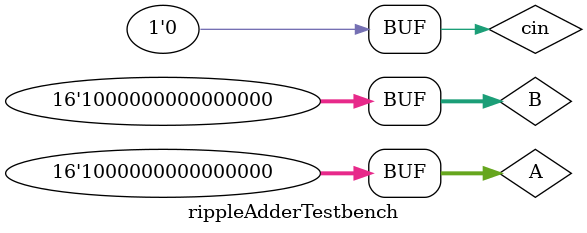
<source format=sv>
`timescale 1ns / 1ps


module rippleAdderTestbench();
    logic [15:0] A, B;
    logic cin, cout;
    logic [15:0] S;

    ripple_adder DUT(.A(A), .B(B), .cin(cin), .S(S), .cout(cout));

    initial begin
        cin = 0; A = 16'h0001; B = 16'h0001; // Test simple addition with no carry
        #10 A = 16'hFFFF; B = 16'h0001; // Test overflow
        #10 A = 16'h8000; B = 16'h8000; // Test carry propagation through all bits
        #10;
    end
endmodule
</source>
